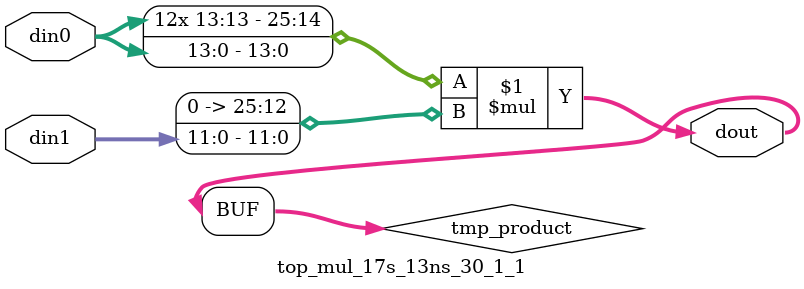
<source format=v>

`timescale 1 ns / 1 ps

 (* use_dsp = "no" *)  module top_mul_17s_13ns_30_1_1(din0, din1, dout);
parameter ID = 1;
parameter NUM_STAGE = 0;
parameter din0_WIDTH = 14;
parameter din1_WIDTH = 12;
parameter dout_WIDTH = 26;

input [din0_WIDTH - 1 : 0] din0; 
input [din1_WIDTH - 1 : 0] din1; 
output [dout_WIDTH - 1 : 0] dout;

wire signed [dout_WIDTH - 1 : 0] tmp_product;


























assign tmp_product = $signed(din0) * $signed({1'b0, din1});









assign dout = tmp_product;





















endmodule

</source>
